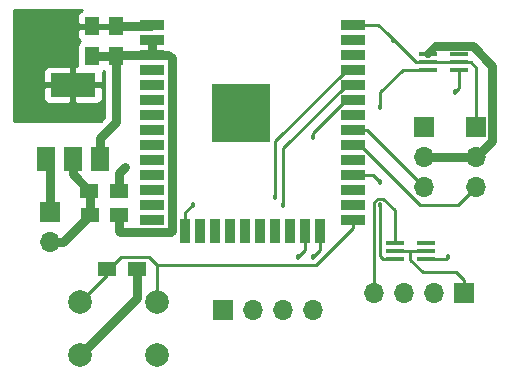
<source format=gbr>
%TF.GenerationSoftware,KiCad,Pcbnew,(5.0.1)-3*%
%TF.CreationDate,2019-10-12T21:06:36-05:00*%
%TF.ProjectId,pet_feeder,7065745F6665656465722E6B69636164,rev?*%
%TF.SameCoordinates,Original*%
%TF.FileFunction,Copper,L1,Top,Signal*%
%TF.FilePolarity,Positive*%
%FSLAX46Y46*%
G04 Gerber Fmt 4.6, Leading zero omitted, Abs format (unit mm)*
G04 Created by KiCad (PCBNEW (5.0.1)-3) date 10/12/2019 9:06:36 PM*
%MOMM*%
%LPD*%
G01*
G04 APERTURE LIST*
%ADD10C,0.700000*%
%ADD11R,1.500000X1.250000*%
%ADD12R,1.250000X1.500000*%
%ADD13R,1.700000X1.700000*%
%ADD14O,1.700000X1.700000*%
%ADD15C,2.000000*%
%ADD16R,1.500000X0.400000*%
%ADD17R,3.800000X2.000000*%
%ADD18R,1.500000X2.000000*%
%ADD19R,5.000000X5.000000*%
%ADD20R,2.000000X0.900000*%
%ADD21R,0.900000X2.000000*%
%ADD22C,0.457200*%
%ADD23C,0.762000*%
%ADD24C,0.254000*%
%ADD25C,0.635000*%
G04 APERTURE END LIST*
D10*
X124587000Y-77978000D03*
X125857000Y-75438000D03*
X125857000Y-76708000D03*
X124587000Y-79248000D03*
X125857000Y-77978000D03*
X124587000Y-75438000D03*
X124587000Y-76708000D03*
X125857000Y-79248000D03*
X125095000Y-74168000D03*
X126365000Y-71628000D03*
X127635000Y-74168000D03*
X127635000Y-71628000D03*
X126365000Y-72898000D03*
X126365000Y-74168000D03*
X125095000Y-71628000D03*
X125095000Y-72898000D03*
X127635000Y-72898000D03*
X144399000Y-81280000D03*
X143129000Y-81280000D03*
X141859000Y-81280000D03*
X141859000Y-80010000D03*
X143129000Y-80010000D03*
X144399000Y-80010000D03*
X144399000Y-78740000D03*
X143129000Y-78740000D03*
X141859000Y-78740000D03*
X144399000Y-77470000D03*
X143129000Y-77470000D03*
D11*
X130322000Y-85852000D03*
X132822000Y-85852000D03*
X132842000Y-87884000D03*
X130342000Y-87884000D03*
X131846000Y-92456000D03*
X134346000Y-92456000D03*
D12*
X132588000Y-71902000D03*
X132588000Y-74402000D03*
X130556000Y-71902000D03*
X130556000Y-74402000D03*
D13*
X127000000Y-87630000D03*
D14*
X127000000Y-90170000D03*
D13*
X163068000Y-80391000D03*
D14*
X163068000Y-82931000D03*
X163068000Y-85471000D03*
D13*
X141605000Y-95885000D03*
D14*
X144145000Y-95885000D03*
X146685000Y-95885000D03*
X149225000Y-95885000D03*
D13*
X162052000Y-94488000D03*
D14*
X159512000Y-94488000D03*
X156972000Y-94488000D03*
X154432000Y-94488000D03*
X158623000Y-85471000D03*
X158623000Y-82931000D03*
D13*
X158623000Y-80391000D03*
D15*
X129540000Y-99750000D03*
X129540000Y-95250000D03*
X136040000Y-99750000D03*
X136040000Y-95250000D03*
D16*
X158944000Y-74280000D03*
X158944000Y-74930000D03*
X158944000Y-75580000D03*
X161604000Y-75580000D03*
X161604000Y-74930000D03*
X161604000Y-74280000D03*
X158810000Y-90282000D03*
X158810000Y-90932000D03*
X158810000Y-91582000D03*
X156150000Y-91582000D03*
X156150000Y-90932000D03*
X156150000Y-90282000D03*
D17*
X128905000Y-76860000D03*
D18*
X128905000Y-83160000D03*
X131205000Y-83160000D03*
X126605000Y-83160000D03*
D19*
X143145000Y-79255000D03*
D20*
X135645000Y-71755000D03*
X135645000Y-73025000D03*
X135645000Y-74295000D03*
X135645000Y-75565000D03*
X135645000Y-76835000D03*
X135645000Y-78105000D03*
X135645000Y-79375000D03*
X135645000Y-80645000D03*
X135645000Y-81915000D03*
X135645000Y-83185000D03*
X135645000Y-84455000D03*
X135645000Y-85725000D03*
X135645000Y-86995000D03*
X135645000Y-88265000D03*
D21*
X138430000Y-89265000D03*
X139700000Y-89265000D03*
X140970000Y-89265000D03*
X142240000Y-89265000D03*
X143510000Y-89265000D03*
X144780000Y-89265000D03*
X146050000Y-89265000D03*
X147320000Y-89265000D03*
X148590000Y-89265000D03*
X149860000Y-89265000D03*
D20*
X152645000Y-88265000D03*
X152645000Y-86995000D03*
X152645000Y-85725000D03*
X152645000Y-84455000D03*
X152645000Y-83185000D03*
X152645000Y-81915000D03*
X152645000Y-80645000D03*
X152645000Y-79375000D03*
X152645000Y-78105000D03*
X152645000Y-76835000D03*
X152645000Y-75565000D03*
X152645000Y-74295000D03*
X152645000Y-73025000D03*
X152645000Y-71755000D03*
D10*
X141859000Y-77470000D03*
D22*
X156035000Y-73025000D03*
X133350000Y-83820000D03*
X161290000Y-77470000D03*
X139065000Y-86995000D03*
X160655000Y-91440000D03*
X137153001Y-89350001D03*
X146050000Y-86360000D03*
X146685000Y-86995000D03*
X147955000Y-91440000D03*
X149225000Y-91440000D03*
X154940000Y-86995000D03*
X149225000Y-81280000D03*
X154940000Y-85090000D03*
X154940000Y-78740000D03*
D23*
X128905000Y-84435000D02*
X130322000Y-85852000D01*
X128905000Y-83160000D02*
X128905000Y-84435000D01*
X130342000Y-85872000D02*
X130322000Y-85852000D01*
X130342000Y-87884000D02*
X130342000Y-85872000D01*
X128056000Y-90170000D02*
X127000000Y-90170000D01*
X130342000Y-87884000D02*
X128056000Y-90170000D01*
X134346000Y-94944000D02*
X129540000Y-99750000D01*
X134346000Y-92456000D02*
X134346000Y-94944000D01*
D24*
X157480000Y-91659202D02*
X158530798Y-92710000D01*
X157480000Y-90932000D02*
X157480000Y-91659202D01*
X157480000Y-90932000D02*
X158810000Y-90932000D01*
X156150000Y-90932000D02*
X157480000Y-90932000D01*
X162052000Y-93384000D02*
X162052000Y-94488000D01*
X161378000Y-92710000D02*
X162052000Y-93384000D01*
X158530798Y-92710000D02*
X161378000Y-92710000D01*
X158944000Y-74930000D02*
X161604000Y-74930000D01*
X163068000Y-79287000D02*
X163068000Y-80391000D01*
X163068000Y-75390000D02*
X163068000Y-79287000D01*
X162608000Y-74930000D02*
X163068000Y-75390000D01*
X161604000Y-74930000D02*
X162608000Y-74930000D01*
X153899000Y-71755000D02*
X152645000Y-71755000D01*
X154765000Y-71755000D02*
X153899000Y-71755000D01*
X158944000Y-74930000D02*
X157940000Y-74930000D01*
X155575000Y-72565000D02*
X156035000Y-73025000D01*
X155575000Y-72565000D02*
X154765000Y-71755000D01*
X157940000Y-74930000D02*
X155575000Y-72565000D01*
D23*
X127000000Y-83555000D02*
X126605000Y-83160000D01*
X127000000Y-87630000D02*
X127000000Y-83555000D01*
X126605000Y-82566998D02*
X126605000Y-83160000D01*
X132822000Y-85852000D02*
X132822000Y-84348000D01*
X132822000Y-84348000D02*
X133350000Y-83820000D01*
D24*
X161604000Y-75580000D02*
X161604000Y-77156000D01*
X161604000Y-77156000D02*
X161290000Y-77470000D01*
D23*
X136968002Y-74295000D02*
X135645000Y-74295000D01*
X137280001Y-74606999D02*
X136968002Y-74295000D01*
X137280001Y-89223001D02*
X137280001Y-74606999D01*
X137153001Y-89350001D02*
X137280001Y-89223001D01*
X132921001Y-89350001D02*
X137153001Y-89350001D01*
X132842000Y-89271000D02*
X132921001Y-89350001D01*
X132842000Y-87884000D02*
X132842000Y-89271000D01*
X135645000Y-74295000D02*
X135645000Y-73025000D01*
X132695000Y-74295000D02*
X132588000Y-74402000D01*
X135645000Y-74295000D02*
X132695000Y-74295000D01*
X130556000Y-74402000D02*
X132588000Y-74402000D01*
X132588000Y-75914000D02*
X132588000Y-74402000D01*
X132588000Y-80015000D02*
X132588000Y-75914000D01*
X131205000Y-81398000D02*
X132588000Y-80015000D01*
X131205000Y-83160000D02*
X131205000Y-81398000D01*
D24*
X135498000Y-71902000D02*
X135645000Y-71755000D01*
D23*
X132588000Y-71902000D02*
X135498000Y-71902000D01*
D24*
X138430000Y-89265000D02*
X138430000Y-87630000D01*
X138430000Y-87630000D02*
X139065000Y-86995000D01*
X160513000Y-91582000D02*
X160655000Y-91440000D01*
X158810000Y-91582000D02*
X160513000Y-91582000D01*
X136040000Y-92089198D02*
X135400801Y-91449999D01*
X136040000Y-95250000D02*
X136040000Y-92089198D01*
X152645000Y-88969000D02*
X152645000Y-88265000D01*
X149524802Y-92089198D02*
X152645000Y-88969000D01*
X136040000Y-92089198D02*
X149524802Y-92089198D01*
X131846000Y-92944000D02*
X131846000Y-92456000D01*
X129540000Y-95250000D02*
X131846000Y-92944000D01*
X131971000Y-92456000D02*
X131846000Y-92456000D01*
X132977001Y-91449999D02*
X131971000Y-92456000D01*
X135400801Y-91449999D02*
X132977001Y-91449999D01*
X153195000Y-81915000D02*
X152645000Y-81915000D01*
X158275000Y-86995000D02*
X153195000Y-81915000D01*
X161544000Y-86995000D02*
X158275000Y-86995000D01*
X163068000Y-85471000D02*
X161544000Y-86995000D01*
X146050000Y-81610000D02*
X146050000Y-86360000D01*
X152645000Y-75565000D02*
X152095000Y-75565000D01*
X152095000Y-75565000D02*
X146050000Y-81610000D01*
X146685000Y-82245000D02*
X146685000Y-86995000D01*
X152645000Y-76835000D02*
X152095000Y-76835000D01*
X152095000Y-76835000D02*
X146685000Y-82245000D01*
X148590000Y-89265000D02*
X148590000Y-90805000D01*
X148590000Y-90805000D02*
X147955000Y-91440000D01*
X149860000Y-89265000D02*
X149860000Y-90805000D01*
X149860000Y-90805000D02*
X149225000Y-91440000D01*
X156150000Y-89828000D02*
X156150000Y-90282000D01*
X156150000Y-87490750D02*
X156150000Y-89828000D01*
X155171649Y-86512399D02*
X156150000Y-87490750D01*
X154708351Y-86512399D02*
X155171649Y-86512399D01*
X154432000Y-86788750D02*
X154708351Y-86512399D01*
X154432000Y-94488000D02*
X154432000Y-86788750D01*
X153797000Y-80645000D02*
X152645000Y-80645000D01*
X158623000Y-85471000D02*
X153797000Y-80645000D01*
X154940000Y-91376000D02*
X154940000Y-86995000D01*
X156150000Y-91582000D02*
X155146000Y-91582000D01*
X155146000Y-91582000D02*
X154940000Y-91376000D01*
X152076711Y-78105000D02*
X152645000Y-78105000D01*
X149225000Y-80956711D02*
X152076711Y-78105000D01*
X149225000Y-81280000D02*
X149225000Y-80956711D01*
X152645000Y-84455000D02*
X154305000Y-84455000D01*
X154305000Y-84455000D02*
X154940000Y-85090000D01*
X154940000Y-78740000D02*
X154940000Y-77470000D01*
X156830000Y-75580000D02*
X158944000Y-75580000D01*
X154940000Y-77470000D02*
X156830000Y-75580000D01*
D23*
X158623000Y-82931000D02*
X163068000Y-82931000D01*
D25*
X159652001Y-73571999D02*
X159002001Y-74221999D01*
D23*
X162760401Y-73571999D02*
X159652001Y-73571999D01*
X164426001Y-75237599D02*
X162760401Y-73571999D01*
X164426001Y-81572999D02*
X164426001Y-75237599D01*
X163068000Y-82931000D02*
X164426001Y-81572999D01*
D24*
G36*
X129571301Y-70613673D02*
X129392673Y-70792302D01*
X129296000Y-71025691D01*
X129296000Y-71616250D01*
X129454750Y-71775000D01*
X130429000Y-71775000D01*
X130429000Y-71755000D01*
X130683000Y-71755000D01*
X130683000Y-71775000D01*
X132461000Y-71775000D01*
X132461000Y-71755000D01*
X132715000Y-71755000D01*
X132715000Y-71775000D01*
X132735000Y-71775000D01*
X132735000Y-72029000D01*
X132715000Y-72029000D01*
X132715000Y-72049000D01*
X132461000Y-72049000D01*
X132461000Y-72029000D01*
X130683000Y-72029000D01*
X130683000Y-72049000D01*
X130429000Y-72049000D01*
X130429000Y-72029000D01*
X129454750Y-72029000D01*
X129296000Y-72187750D01*
X129296000Y-72778309D01*
X129392673Y-73011698D01*
X129534320Y-73153346D01*
X129473191Y-73194191D01*
X129332843Y-73404235D01*
X129283560Y-73652000D01*
X129283560Y-75152000D01*
X129298080Y-75225000D01*
X129190750Y-75225000D01*
X129032000Y-75383750D01*
X129032000Y-76733000D01*
X131281250Y-76733000D01*
X131440000Y-76574250D01*
X131440000Y-75742650D01*
X131572000Y-75654450D01*
X131572000Y-76014064D01*
X131572001Y-76014069D01*
X131572000Y-79594159D01*
X131283159Y-79883000D01*
X123900000Y-79883000D01*
X123900000Y-77145750D01*
X126370000Y-77145750D01*
X126370000Y-77986309D01*
X126466673Y-78219698D01*
X126645301Y-78398327D01*
X126878690Y-78495000D01*
X128619250Y-78495000D01*
X128778000Y-78336250D01*
X128778000Y-76987000D01*
X129032000Y-76987000D01*
X129032000Y-78336250D01*
X129190750Y-78495000D01*
X130931310Y-78495000D01*
X131164699Y-78398327D01*
X131343327Y-78219698D01*
X131440000Y-77986309D01*
X131440000Y-77145750D01*
X131281250Y-76987000D01*
X129032000Y-76987000D01*
X128778000Y-76987000D01*
X126528750Y-76987000D01*
X126370000Y-77145750D01*
X123900000Y-77145750D01*
X123900000Y-75733691D01*
X126370000Y-75733691D01*
X126370000Y-76574250D01*
X126528750Y-76733000D01*
X128778000Y-76733000D01*
X128778000Y-75383750D01*
X128619250Y-75225000D01*
X126878690Y-75225000D01*
X126645301Y-75321673D01*
X126466673Y-75500302D01*
X126370000Y-75733691D01*
X123900000Y-75733691D01*
X123900000Y-70560000D01*
X129700879Y-70560000D01*
X129571301Y-70613673D01*
X129571301Y-70613673D01*
G37*
X129571301Y-70613673D02*
X129392673Y-70792302D01*
X129296000Y-71025691D01*
X129296000Y-71616250D01*
X129454750Y-71775000D01*
X130429000Y-71775000D01*
X130429000Y-71755000D01*
X130683000Y-71755000D01*
X130683000Y-71775000D01*
X132461000Y-71775000D01*
X132461000Y-71755000D01*
X132715000Y-71755000D01*
X132715000Y-71775000D01*
X132735000Y-71775000D01*
X132735000Y-72029000D01*
X132715000Y-72029000D01*
X132715000Y-72049000D01*
X132461000Y-72049000D01*
X132461000Y-72029000D01*
X130683000Y-72029000D01*
X130683000Y-72049000D01*
X130429000Y-72049000D01*
X130429000Y-72029000D01*
X129454750Y-72029000D01*
X129296000Y-72187750D01*
X129296000Y-72778309D01*
X129392673Y-73011698D01*
X129534320Y-73153346D01*
X129473191Y-73194191D01*
X129332843Y-73404235D01*
X129283560Y-73652000D01*
X129283560Y-75152000D01*
X129298080Y-75225000D01*
X129190750Y-75225000D01*
X129032000Y-75383750D01*
X129032000Y-76733000D01*
X131281250Y-76733000D01*
X131440000Y-76574250D01*
X131440000Y-75742650D01*
X131572000Y-75654450D01*
X131572000Y-76014064D01*
X131572001Y-76014069D01*
X131572000Y-79594159D01*
X131283159Y-79883000D01*
X123900000Y-79883000D01*
X123900000Y-77145750D01*
X126370000Y-77145750D01*
X126370000Y-77986309D01*
X126466673Y-78219698D01*
X126645301Y-78398327D01*
X126878690Y-78495000D01*
X128619250Y-78495000D01*
X128778000Y-78336250D01*
X128778000Y-76987000D01*
X129032000Y-76987000D01*
X129032000Y-78336250D01*
X129190750Y-78495000D01*
X130931310Y-78495000D01*
X131164699Y-78398327D01*
X131343327Y-78219698D01*
X131440000Y-77986309D01*
X131440000Y-77145750D01*
X131281250Y-76987000D01*
X129032000Y-76987000D01*
X128778000Y-76987000D01*
X126528750Y-76987000D01*
X126370000Y-77145750D01*
X123900000Y-77145750D01*
X123900000Y-75733691D01*
X126370000Y-75733691D01*
X126370000Y-76574250D01*
X126528750Y-76733000D01*
X128778000Y-76733000D01*
X128778000Y-75383750D01*
X128619250Y-75225000D01*
X126878690Y-75225000D01*
X126645301Y-75321673D01*
X126466673Y-75500302D01*
X126370000Y-75733691D01*
X123900000Y-75733691D01*
X123900000Y-70560000D01*
X129700879Y-70560000D01*
X129571301Y-70613673D01*
M02*

</source>
